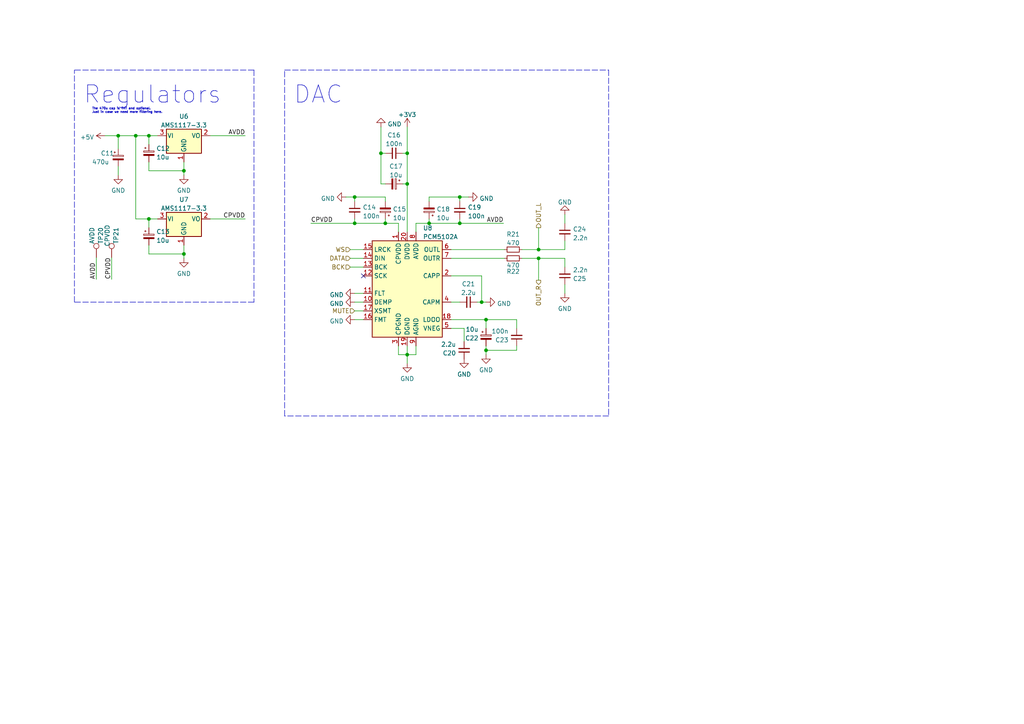
<source format=kicad_sch>
(kicad_sch (version 20211123) (generator eeschema)
  (paper "A4")
  (lib_symbols
    (symbol "Audio:PCM5102"
      (property "Reference" "U" (at -10.16 13.97 0))
      (property "Value" "PCM5102" (at 3.81 13.97 0))
      (symbol "PCM5102_0_1"
        (rectangle (start -10.16 12.7) (end 10.16 -15.24) (stroke (width 0.254)) (fill (type background)))
      )
      (symbol "PCM5102_1_1"
        (pin passive line (at -2.54 15.24 270) (length 2.54) (name "CPVDD") (number "1"))
        (pin input line (at -12.7 -5.08 0) (length 2.54) (name "DEMP") (number "10"))
        (pin input line (at -12.7 -2.54 0) (length 2.54) (name "FLT") (number "11"))
        (pin input line (at -12.7 2.54 0) (length 2.54) (name "SCK") (number "12"))
        (pin input line (at -12.7 5.08 0) (length 2.54) (name "BCK") (number "13"))
        (pin input line (at -12.7 7.62 0) (length 2.54) (name "DIN") (number "14"))
        (pin input line (at -12.7 10.16 0) (length 2.54) (name "LRCK") (number "15"))
        (pin input line (at -12.7 -10.16 0) (length 2.54) (name "FMT") (number "16"))
        (pin input line (at -12.7 -7.62 0) (length 2.54) (name "XSMT") (number "17"))
        (pin passive line (at 12.7 -10.16 180) (length 2.54) (name "LDOO") (number "18"))
        (pin power_in line (at 0 -17.78 90) (length 2.54) (name "DGND") (number "19"))
        (pin passive line (at 12.7 2.54 180) (length 2.54) (name "CAPP") (number "2"))
        (pin power_in line (at 0 15.24 270) (length 2.54) (name "DVDD") (number "20"))
        (pin power_in line (at -2.54 -17.78 90) (length 2.54) (name "CPGND") (number "3"))
        (pin passive line (at 12.7 -5.08 180) (length 2.54) (name "CAPM") (number "4"))
        (pin passive line (at 12.7 -12.7 180) (length 2.54) (name "VNEG") (number "5"))
        (pin output line (at 12.7 10.16 180) (length 2.54) (name "OUTL") (number "6"))
        (pin output line (at 12.7 7.62 180) (length 2.54) (name "OUTR") (number "7"))
        (pin power_in line (at 2.54 15.24 270) (length 2.54) (name "AVDD") (number "8"))
        (pin power_in line (at 2.54 -17.78 90) (length 2.54) (name "AGND") (number "9"))
      )
    )
    (symbol "Connector:TestPoint" (pin_numbers hide) (pin_names (offset 0.762) hide)
      (property "Reference" "TP" (at 0 6.858 0))
      (property "Value" "TestPoint" (at 0 5.08 0))
      (symbol "TestPoint_0_1"
        (circle (center 0 3.302) (radius 0.762))
      )
      (symbol "TestPoint_1_1"
        (pin passive line (at 0 0 90) (length 2.54) (name "1") (number "1"))
      )
    )
    (symbol "Device:C_Polarized_Small" (pin_numbers hide) (pin_names (offset 0.254) hide)
      (property "Reference" "C" (at 0.254 1.778 0))
      (property "Value" "C_Polarized_Small" (at 0.254 -2.032 0))
      (symbol "C_Polarized_Small_0_1"
        (rectangle (start -1.524 -0.3048) (end 1.524 -0.6858) (fill (type outline)))
        (rectangle (start -1.524 0.6858) (end 1.524 0.3048))
        (polyline (pts (xy -1.27 1.524) (xy -0.762 1.524)))
        (polyline (pts (xy -1.016 1.27) (xy -1.016 1.778)))
      )
      (symbol "C_Polarized_Small_1_1"
        (pin passive line (at 0 2.54 270) (length 1.8542) (name "~") (number "1"))
        (pin passive line (at 0 -2.54 90) (length 1.8542) (name "~") (number "2"))
      )
    )
    (symbol "Device:C_Small" (pin_numbers hide) (pin_names (offset 0.254) hide)
      (property "Reference" "C" (at 0.254 1.778 0))
      (property "Value" "C_Small" (at 0.254 -2.032 0))
      (symbol "C_Small_0_1"
        (polyline (pts (xy -1.524 -0.508) (xy 1.524 -0.508)) (stroke (width 0.3302)))
        (polyline (pts (xy -1.524 0.508) (xy 1.524 0.508)) (stroke (width 0.3048)))
      )
      (symbol "C_Small_1_1"
        (pin passive line (at 0 2.54 270) (length 2.032) (name "~") (number "1"))
        (pin passive line (at 0 -2.54 90) (length 2.032) (name "~") (number "2"))
      )
    )
    (symbol "Device:R_Small" (pin_numbers hide) (pin_names (offset 0.254) hide)
      (property "Reference" "R" (at 0.762 0.508 0))
      (property "Value" "R_Small" (at 0.762 -1.016 0))
      (symbol "R_Small_0_1"
        (rectangle (start -0.762 1.778) (end 0.762 -1.778) (stroke (width 0.2032)))
      )
      (symbol "R_Small_1_1"
        (pin passive line (at 0 2.54 270) (length 0.762) (name "~") (number "1"))
        (pin passive line (at 0 -2.54 90) (length 0.762) (name "~") (number "2"))
      )
    )
    (symbol "Regulator_Linear:AMS1117-3.3" (pin_names (offset 0.254))
      (property "Reference" "U" (at -3.81 3.175 0))
      (property "Value" "AMS1117-3.3" (at 0 3.175 0))
      (symbol "AMS1117-3.3_0_1"
        (rectangle (start -5.08 -5.08) (end 5.08 1.905) (stroke (width 0.254)) (fill (type background)))
      )
      (symbol "AMS1117-3.3_1_1"
        (pin power_in line (at 0 -7.62 90) (length 2.54) (name "GND") (number "1"))
        (pin power_out line (at 7.62 0 180) (length 2.54) (name "VO") (number "2"))
        (pin power_in line (at -7.62 0 0) (length 2.54) (name "VI") (number "3"))
      )
    )
    (symbol "power:+3.3V" (power) (pin_names (offset 0))
      (property "Value" "+3.3V" (at 0 3.556 0))
      (symbol "+3.3V_0_1"
        (polyline (pts (xy -0.762 1.27) (xy 0 2.54)))
        (polyline (pts (xy 0 0) (xy 0 2.54)))
        (polyline (pts (xy 0 2.54) (xy 0.762 1.27)))
      )
      (symbol "+3.3V_1_1"
        (pin power_in line (at 0 0 90) (length 0) hide (name "+3V3") (number "1"))
      )
    )
    (symbol "power:+5V" (power) (pin_names (offset 0))
      (property "Value" "+5V" (at 0 3.556 0))
      (symbol "+5V_0_1"
        (polyline (pts (xy -0.762 1.27) (xy 0 2.54)))
        (polyline (pts (xy 0 0) (xy 0 2.54)))
        (polyline (pts (xy 0 2.54) (xy 0.762 1.27)))
      )
      (symbol "+5V_1_1"
        (pin power_in line (at 0 0 90) (length 0) hide (name "+5V") (number "1"))
      )
    )
    (symbol "power:GND" (power) (pin_names (offset 0))
      (property "Value" "GND" (at 0 -3.81 0))
      (symbol "GND_0_1"
        (polyline (pts (xy 0 0) (xy 0 -1.27) (xy 1.27 -1.27) (xy 0 -2.54) (xy -1.27 -1.27) (xy 0 -1.27)))
      )
      (symbol "GND_1_1"
        (pin power_in line (at 0 0 270) (length 0) hide (name "GND") (number "1"))
      )
    )
  )
  (junction (at 39.37 39.37))
  (junction (at 53.34 49.53))
  (junction (at 102.87 57.15))
  (junction (at 43.18 63.5))
  (junction (at 118.11 102.87))
  (junction (at 133.35 57.15))
  (junction (at 118.11 53.34))
  (junction (at 124.46 64.77))
  (junction (at 111.76 64.77))
  (junction (at 102.87 64.77))
  (junction (at 140.97 92.71))
  (junction (at 43.18 39.37))
  (junction (at 110.49 44.45))
  (junction (at 140.97 101.6))
  (junction (at 118.11 44.45))
  (junction (at 133.35 64.77))
  (junction (at 156.21 72.39))
  (junction (at 53.34 73.66))
  (junction (at 34.29 39.37))
  (junction (at 139.7 87.63))
  (junction (at 156.21 74.93))
  (no_connect (at 105.41 80.01))
  (wire (pts (xy 34.29 39.37) (xy 34.29 43.18)))
  (wire (pts (xy 102.87 64.77) (xy 111.76 64.77)))
  (wire (pts (xy 118.11 102.87) (xy 120.65 102.87)))
  (wire (pts (xy 133.35 64.77) (xy 146.05 64.77)))
  (wire (pts (xy 163.83 85.09) (xy 163.83 82.55)))
  (wire (pts (xy 101.6 74.93) (xy 105.41 74.93)))
  (polyline (pts (xy 73.66 87.63) (xy 21.59 87.63)))
  (wire (pts (xy 115.57 64.77) (xy 115.57 67.31)))
  (wire (pts (xy 110.49 53.34) (xy 111.76 53.34)))
  (wire (pts (xy 149.86 100.33) (xy 149.86 101.6)))
  (wire (pts (xy 102.87 87.63) (xy 105.41 87.63)))
  (wire (pts (xy 115.57 100.33) (xy 115.57 102.87)))
  (wire (pts (xy 102.87 63.5) (xy 102.87 64.77)))
  (wire (pts (xy 43.18 63.5) (xy 45.72 63.5)))
  (wire (pts (xy 43.18 63.5) (xy 43.18 66.04)))
  (wire (pts (xy 130.81 74.93) (xy 146.304 74.93)))
  (wire (pts (xy 118.11 102.87) (xy 118.11 105.41)))
  (wire (pts (xy 110.49 36.83) (xy 110.49 44.45)))
  (wire (pts (xy 111.76 57.15) (xy 111.76 58.42)))
  (polyline (pts (xy 21.59 87.63) (xy 21.59 20.32)))
  (wire (pts (xy 120.65 100.33) (xy 120.65 102.87)))
  (wire (pts (xy 156.21 72.39) (xy 163.83 72.39)))
  (wire (pts (xy 151.384 74.93) (xy 156.21 74.93)))
  (wire (pts (xy 100.33 57.15) (xy 102.87 57.15)))
  (wire (pts (xy 43.18 73.66) (xy 53.34 73.66)))
  (wire (pts (xy 124.46 64.77) (xy 133.35 64.77)))
  (wire (pts (xy 138.43 87.63) (xy 139.7 87.63)))
  (polyline (pts (xy 82.55 120.65) (xy 82.55 20.32)))
  (wire (pts (xy 34.29 39.37) (xy 39.37 39.37)))
  (wire (pts (xy 118.11 53.34) (xy 118.11 67.31)))
  (wire (pts (xy 110.49 44.45) (xy 111.76 44.45)))
  (wire (pts (xy 110.49 44.45) (xy 110.49 53.34)))
  (wire (pts (xy 39.37 63.5) (xy 43.18 63.5)))
  (wire (pts (xy 133.35 57.15) (xy 133.35 58.42)))
  (wire (pts (xy 53.34 49.53) (xy 53.34 50.8)))
  (wire (pts (xy 43.18 49.53) (xy 53.34 49.53)))
  (wire (pts (xy 156.21 74.93) (xy 163.83 74.93)))
  (polyline (pts (xy 82.55 20.32) (xy 176.53 20.32)))
  (wire (pts (xy 101.6 77.47) (xy 105.41 77.47)))
  (wire (pts (xy 140.97 92.71) (xy 149.86 92.71)))
  (wire (pts (xy 124.46 57.15) (xy 133.35 57.15)))
  (wire (pts (xy 53.34 46.99) (xy 53.34 49.53)))
  (wire (pts (xy 139.7 80.01) (xy 139.7 87.63)))
  (wire (pts (xy 124.46 58.42) (xy 124.46 57.15)))
  (wire (pts (xy 133.35 57.15) (xy 135.89 57.15)))
  (wire (pts (xy 27.94 74.676) (xy 27.94 81.026)))
  (wire (pts (xy 140.97 101.6) (xy 140.97 102.87)))
  (wire (pts (xy 43.18 46.99) (xy 43.18 49.53)))
  (wire (pts (xy 60.96 39.37) (xy 71.12 39.37)))
  (wire (pts (xy 90.17 64.77) (xy 102.87 64.77)))
  (wire (pts (xy 130.81 87.63) (xy 133.35 87.63)))
  (wire (pts (xy 163.83 62.23) (xy 163.83 64.77)))
  (wire (pts (xy 130.81 72.39) (xy 146.304 72.39)))
  (wire (pts (xy 124.46 63.5) (xy 124.46 64.77)))
  (wire (pts (xy 140.97 92.71) (xy 140.97 95.25)))
  (wire (pts (xy 60.96 63.5) (xy 71.12 63.5)))
  (wire (pts (xy 118.11 53.34) (xy 116.84 53.34)))
  (wire (pts (xy 149.86 92.71) (xy 149.86 95.25)))
  (wire (pts (xy 102.87 90.17) (xy 105.41 90.17)))
  (wire (pts (xy 163.83 77.47) (xy 163.83 74.93)))
  (wire (pts (xy 32.385 74.676) (xy 32.385 81.026)))
  (wire (pts (xy 140.97 101.6) (xy 149.86 101.6)))
  (wire (pts (xy 130.81 80.01) (xy 139.7 80.01)))
  (wire (pts (xy 102.87 58.42) (xy 102.87 57.15)))
  (wire (pts (xy 134.62 95.25) (xy 134.62 99.06)))
  (wire (pts (xy 39.37 39.37) (xy 43.18 39.37)))
  (wire (pts (xy 30.48 39.37) (xy 34.29 39.37)))
  (polyline (pts (xy 73.66 20.32) (xy 73.66 87.63)))
  (wire (pts (xy 111.76 64.77) (xy 115.57 64.77)))
  (wire (pts (xy 163.83 69.85) (xy 163.83 72.39)))
  (wire (pts (xy 116.84 44.45) (xy 118.11 44.45)))
  (wire (pts (xy 34.29 48.26) (xy 34.29 50.8)))
  (wire (pts (xy 130.81 95.25) (xy 134.62 95.25)))
  (polyline (pts (xy 176.53 20.32) (xy 176.53 120.65)))
  (wire (pts (xy 120.65 67.31) (xy 120.65 64.77)))
  (wire (pts (xy 156.21 74.93) (xy 156.21 81.28)))
  (wire (pts (xy 151.384 72.39) (xy 156.21 72.39)))
  (wire (pts (xy 133.35 63.5) (xy 133.35 64.77)))
  (wire (pts (xy 53.34 73.66) (xy 53.34 74.93)))
  (wire (pts (xy 120.65 64.77) (xy 124.46 64.77)))
  (wire (pts (xy 140.97 100.33) (xy 140.97 101.6)))
  (polyline (pts (xy 176.53 120.65) (xy 82.55 120.65)))
  (wire (pts (xy 102.87 85.09) (xy 105.41 85.09)))
  (wire (pts (xy 39.37 39.37) (xy 39.37 63.5)))
  (wire (pts (xy 115.57 102.87) (xy 118.11 102.87)))
  (wire (pts (xy 101.6 72.39) (xy 105.41 72.39)))
  (wire (pts (xy 43.18 39.37) (xy 45.72 39.37)))
  (wire (pts (xy 118.11 36.83) (xy 118.11 44.45)))
  (wire (pts (xy 111.76 63.5) (xy 111.76 64.77)))
  (wire (pts (xy 139.7 87.63) (xy 140.97 87.63)))
  (wire (pts (xy 102.87 57.15) (xy 111.76 57.15)))
  (wire (pts (xy 130.81 92.71) (xy 140.97 92.71)))
  (wire (pts (xy 43.18 39.37) (xy 43.18 41.91)))
  (wire (pts (xy 118.11 100.33) (xy 118.11 102.87)))
  (wire (pts (xy 118.11 44.45) (xy 118.11 53.34)))
  (polyline (pts (xy 73.66 20.32) (xy 21.59 20.32)))
  (wire (pts (xy 43.18 71.12) (xy 43.18 73.66)))
  (wire (pts (xy 53.34 71.12) (xy 53.34 73.66)))
  (wire (pts (xy 102.87 92.71) (xy 105.41 92.71)))
  (wire (pts (xy 156.21 66.04) (xy 156.21 72.39)))
  (text "The 470u cap is THT and optional.\nJust in case we need more filtering here." (at 26.67 33.02 0) (effects (font (size 0.635 0.635)) (justify left bottom)))
  (text "Regulators" (at 24.13 30.48 0) (effects (font (size 5 5)) (justify left bottom)))
  (text "DAC" (at 85.09 30.48 0) (effects (font (size 5 5)) (justify left bottom)))
  (label "AVDD" (at 27.94 81.026 90))
  (label "CPVDD" (at 32.385 81.026 90))
  (label "CPVDD" (at 71.12 63.5 180))
  (label "CPVDD" (at 90.17 64.77 0))
  (label "AVDD" (at 71.12 39.37 180))
  (label "AVDD" (at 146.05 64.77 180))
  (hierarchical_label "WS" (shape input) (at 101.6 72.39 180))
  (hierarchical_label "BCK" (shape input) (at 101.6 77.47 180))
  (hierarchical_label "OUT_R" (shape output) (at 156.21 81.28 270))
  (hierarchical_label "DATA" (shape input) (at 101.6 74.93 180))
  (hierarchical_label "MUTE" (shape input) (at 102.87 90.17 180))
  (hierarchical_label "OUT_L" (shape output) (at 156.21 66.04 90))
  (symbol (lib_id "Regulator_Linear:AMS1117-3.3") (at 53.34 63.5 0) (unit 1)
    (property "Reference" "U7" (at 53.34 57.8952 0))
    (property "Value" "AMS1117-3.3" (at 53.34 60.4321 0))
    (property "Footprint" "Package_TO_SOT_SMD:SOT-223-3_TabPin2" (effects hide))
    (property "Datasheet" "http://www.advanced-monolithic.com/pdf/ds1117.pdf" (effects hide))
    (property "LCSC#" "C6186" (effects hide))
  )
  (symbol (lib_id "power:+3.3V") (at 118.11 36.83 0) (unit 1)
    (property "Reference" "#PWR050" (effects hide))
    (property "Value" "+3.3V" (at 118.11 33.2542 0))
  )
  (symbol (lib_id "power:GND") (at 102.87 92.71 270) (unit 1)
    (property "Reference" "#PWR048" (effects hide))
    (property "Value" "GND" (at 99.6951 93.1438 90) (effects (justify right)))
  )
  (symbol (lib_id "Device:C_Small") (at 102.87 60.96 0) (unit 1)
    (property "Reference" "C14" (at 105.1941 60.1316 0) (effects (justify left)))
    (property "Value" "100n" (at 105.1941 62.6685 0) (effects (justify left)))
    (property "Footprint" "Capacitor_SMD:C_0402_1005Metric" (effects hide))
    (property "Datasheet" "https://datasheet.lcsc.com/lcsc/1810191219_Samsung-Electro-Mechanics-CL05B104KO5NNNC_C1525.pdf" (effects hide))
    (property "LCSC#" "C1525" (effects hide))
  )
  (symbol (lib_id "Device:C_Polarized_Small") (at 34.29 45.72 0) (unit 1)
    (property "Reference" "C11" (at 29.21 44.45 0) (effects (justify left)))
    (property "Value" "470u" (at 26.67 46.99 0) (effects (justify left)))
    (property "Footprint" "Capacitor_THT:CP_Radial_D5.0mm_P2.50mm" (effects hide))
  )
  (symbol (lib_id "Regulator_Linear:AMS1117-3.3") (at 53.34 39.37 0) (unit 1)
    (property "Reference" "U6" (at 53.34 33.7652 0))
    (property "Value" "AMS1117-3.3" (at 53.34 36.3021 0))
    (property "Footprint" "Package_TO_SOT_SMD:SOT-223-3_TabPin2" (effects hide))
    (property "Datasheet" "http://www.advanced-monolithic.com/pdf/ds1117.pdf" (effects hide))
    (property "LCSC#" "C6186" (effects hide))
  )
  (symbol (lib_id "Device:R_Small") (at 148.844 72.39 270) (unit 1)
    (property "Reference" "R21" (at 148.844 67.9536 90))
    (property "Value" "470" (at 148.844 70.4905 90))
    (property "Footprint" "Resistor_SMD:R_0402_1005Metric" (effects hide))
    (property "Datasheet" "https://datasheet.lcsc.com/lcsc/2110252230_UNI-ROYAL-Uniroyal-Elec-0402WGF4700TCE_C25117.pdf" (effects hide))
    (property "LCSC#" "C25117" (effects hide))
  )
  (symbol (lib_id "Device:C_Small") (at 163.83 67.31 0) (unit 1)
    (property "Reference" "C24" (at 166.1541 66.4816 0) (effects (justify left)))
    (property "Value" "2.2n" (at 166.1541 69.0185 0) (effects (justify left)))
    (property "Footprint" "Capacitor_SMD:C_0402_1005Metric" (effects hide))
    (property "Datasheet" "https://datasheet.lcsc.com/lcsc/1811141710_FH-Guangdong-Fenghua-Advanced-Tech-0402B222K500NT_C1531.pdf" (effects hide))
    (property "LCSC#" "C1531" (effects hide))
  )
  (symbol (lib_id "Device:C_Small") (at 149.86 97.79 180) (unit 1)
    (property "Reference" "C23" (at 147.5359 98.6184 0) (effects (justify left)))
    (property "Value" "100n" (at 147.5359 96.0815 0) (effects (justify left)))
    (property "Footprint" "Capacitor_SMD:C_0402_1005Metric" (effects hide))
    (property "Datasheet" "https://datasheet.lcsc.com/lcsc/1810191219_Samsung-Electro-Mechanics-CL05B104KO5NNNC_C1525.pdf" (effects hide))
    (property "LCSC#" "C1525" (effects hide))
  )
  (symbol (lib_id "power:GND") (at 118.11 105.41 0) (unit 1)
    (property "Reference" "#PWR051" (effects hide))
    (property "Value" "GND" (at 118.11 109.8534 0))
  )
  (symbol (lib_id "Connector:TestPoint") (at 27.94 74.676 0) (unit 1)
    (property "Reference" "TP20" (at 29.21 68.326 90))
    (property "Value" "AVDD" (at 26.6731 68.326 90))
    (property "Footprint" "TestPoint:TestPoint_Pad_D1.0mm" (effects hide))
  )
  (symbol (lib_id "power:GND") (at 102.87 87.63 270) (unit 1)
    (property "Reference" "#PWR047" (effects hide))
    (property "Value" "GND" (at 99.6951 88.0638 90) (effects (justify right)))
  )
  (symbol (lib_id "Device:C_Small") (at 134.62 101.6 180) (unit 1)
    (property "Reference" "C20" (at 132.2959 102.4284 0) (effects (justify left)))
    (property "Value" "2.2u" (at 132.2959 99.8915 0) (effects (justify left)))
    (property "Footprint" "Capacitor_SMD:C_0402_1005Metric" (effects hide))
    (property "Datasheet" "https://datasheet.lcsc.com/lcsc/1811021410_Samsung-Electro-Mechanics-CL05A225MQ5NSNC_C12530.pdf" (effects hide))
    (property "LCSC#" "C12530" (effects hide))
  )
  (symbol (lib_id "Device:C_Polarized_Small") (at 114.3 53.34 270) (unit 1)
    (property "Reference" "C17" (at 114.8461 48.2432 90))
    (property "Value" "10u" (at 114.8461 50.7801 90))
    (property "Footprint" "Capacitor_SMD:C_1206_3216Metric" (effects hide))
    (property "Datasheet" "https://datasheet.lcsc.com/lcsc/1811071223_AVX-TAJA106K016RNJ_C7171.pdf" (effects hide))
    (property "LCSC#" "C7171" (effects hide))
  )
  (symbol (lib_id "Device:C_Polarized_Small") (at 43.18 44.45 0) (unit 1)
    (property "Reference" "C12" (at 45.339 43.0692 0) (effects (justify left)))
    (property "Value" "10u" (at 45.339 45.6061 0) (effects (justify left)))
    (property "Footprint" "Capacitor_SMD:C_1206_3216Metric" (effects hide))
    (property "Datasheet" "https://datasheet.lcsc.com/lcsc/1811071223_AVX-TAJA106K016RNJ_C7171.pdf" (effects hide))
    (property "LCSC#" "C7171" (effects hide))
  )
  (symbol (lib_id "Device:C_Small") (at 133.35 60.96 0) (unit 1)
    (property "Reference" "C19" (at 135.6741 60.1316 0) (effects (justify left)))
    (property "Value" "100n" (at 135.6741 62.6685 0) (effects (justify left)))
    (property "Footprint" "Capacitor_SMD:C_0402_1005Metric" (effects hide))
    (property "Datasheet" "https://datasheet.lcsc.com/lcsc/1810191219_Samsung-Electro-Mechanics-CL05B104KO5NNNC_C1525.pdf" (effects hide))
    (property "LCSC#" "C1525" (effects hide))
  )
  (symbol (lib_id "Connector:TestPoint") (at 32.385 74.676 0) (unit 1)
    (property "Reference" "TP21" (at 33.655 68.326 90))
    (property "Value" "CPVDD" (at 31.1181 68.326 90))
    (property "Footprint" "TestPoint:TestPoint_Pad_D1.0mm" (effects hide))
  )
  (symbol (lib_id "power:GND") (at 134.62 104.14 0) (unit 1)
    (property "Reference" "#PWR057" (effects hide))
    (property "Value" "GND" (at 134.62 108.5834 0))
  )
  (symbol (lib_id "power:GND") (at 135.89 57.15 90) (unit 1)
    (property "Reference" "#PWR052" (effects hide))
    (property "Value" "GND" (at 139.065 57.5838 90) (effects (justify right)))
  )
  (symbol (lib_id "Audio:PCM5102") (at 118.11 82.55 0) (unit 1)
    (property "Reference" "U8" (at 122.6694 66.1502 0) (effects (justify left)))
    (property "Value" "PCM5102A" (at 122.6694 68.6871 0) (effects (justify left)))
    (property "Footprint" "Package_SO:TSSOP-20_4.4x6.5mm_P0.65mm" (effects hide))
    (property "Datasheet" "http://www.ti.com/lit/ds/symlink/pcm5102a.pdf" (effects hide))
    (property "LCSC#" "C107671" (effects hide))
  )
  (symbol (lib_id "power:GND") (at 53.34 74.93 0) (unit 1)
    (property "Reference" "#PWR044" (effects hide))
    (property "Value" "GND" (at 53.34 79.3734 0))
  )
  (symbol (lib_id "Device:C_Polarized_Small") (at 43.18 68.58 0) (unit 1)
    (property "Reference" "C13" (at 45.339 67.1992 0) (effects (justify left)))
    (property "Value" "10u" (at 45.339 69.7361 0) (effects (justify left)))
    (property "Footprint" "Capacitor_SMD:C_1206_3216Metric" (effects hide))
    (property "Datasheet" "https://datasheet.lcsc.com/lcsc/1811071223_AVX-TAJA106K016RNJ_C7171.pdf" (effects hide))
    (property "LCSC#" "C7171" (effects hide))
  )
  (symbol (lib_id "power:GND") (at 163.83 85.09 0) (unit 1)
    (property "Reference" "#PWR056" (effects hide))
    (property "Value" "GND" (at 163.83 89.5334 0))
  )
  (symbol (lib_id "power:GND") (at 102.87 85.09 270) (unit 1)
    (property "Reference" "#PWR046" (effects hide))
    (property "Value" "GND" (at 99.6951 85.5238 90) (effects (justify right)))
  )
  (symbol (lib_id "power:GND") (at 34.29 50.8 0) (unit 1)
    (property "Reference" "#PWR042" (effects hide))
    (property "Value" "GND" (at 34.29 55.2434 0))
  )
  (symbol (lib_id "Device:C_Small") (at 135.89 87.63 270) (unit 1)
    (property "Reference" "C21" (at 135.8836 82.3681 90))
    (property "Value" "2.2u" (at 135.8836 84.905 90))
    (property "Footprint" "Capacitor_SMD:C_0402_1005Metric" (effects hide))
    (property "Datasheet" "https://datasheet.lcsc.com/lcsc/1811021410_Samsung-Electro-Mechanics-CL05A225MQ5NSNC_C12530.pdf" (effects hide))
    (property "LCSC#" "C12530" (effects hide))
  )
  (symbol (lib_id "power:GND") (at 110.49 36.83 180) (unit 1)
    (property "Reference" "#PWR049" (effects hide))
    (property "Value" "GND" (at 112.395 35.9938 0) (effects (justify right)))
  )
  (symbol (lib_id "power:GND") (at 100.33 57.15 270) (unit 1)
    (property "Reference" "#PWR045" (effects hide))
    (property "Value" "GND" (at 97.1551 57.5838 90) (effects (justify right)))
  )
  (symbol (lib_id "Device:C_Polarized_Small") (at 124.46 60.96 180) (unit 1)
    (property "Reference" "C18" (at 126.619 60.6714 0) (effects (justify right)))
    (property "Value" "10u" (at 126.619 63.2083 0) (effects (justify right)))
    (property "Footprint" "Capacitor_SMD:C_1206_3216Metric" (effects hide))
    (property "Datasheet" "https://datasheet.lcsc.com/lcsc/1811071223_AVX-TAJA106K016RNJ_C7171.pdf" (effects hide))
    (property "LCSC#" "C7171" (effects hide))
  )
  (symbol (lib_id "Device:C_Small") (at 163.83 80.01 0) (mirror x) (unit 1)
    (property "Reference" "C25" (at 166.1541 80.8384 0) (effects (justify left)))
    (property "Value" "2.2n" (at 166.1541 78.3015 0) (effects (justify left)))
    (property "Footprint" "Capacitor_SMD:C_0402_1005Metric" (effects hide))
    (property "Datasheet" "https://datasheet.lcsc.com/lcsc/1811141710_FH-Guangdong-Fenghua-Advanced-Tech-0402B222K500NT_C1531.pdf" (effects hide))
    (property "LCSC#" "C1531" (effects hide))
  )
  (symbol (lib_id "power:GND") (at 163.83 62.23 180) (unit 1)
    (property "Reference" "#PWR055" (effects hide))
    (property "Value" "GND" (at 163.83 58.6542 0))
  )
  (symbol (lib_id "Device:C_Small") (at 114.3 44.45 270) (unit 1)
    (property "Reference" "C16" (at 114.2936 39.1881 90))
    (property "Value" "100n" (at 114.2936 41.725 90))
    (property "Footprint" "Capacitor_SMD:C_0402_1005Metric" (effects hide))
    (property "Datasheet" "https://datasheet.lcsc.com/lcsc/1810191219_Samsung-Electro-Mechanics-CL05B104KO5NNNC_C1525.pdf" (effects hide))
    (property "LCSC#" "C1525" (effects hide))
  )
  (symbol (lib_id "Device:C_Polarized_Small") (at 140.97 97.79 0) (unit 1)
    (property "Reference" "C22" (at 138.811 98.0786 0) (effects (justify right)))
    (property "Value" "10u" (at 138.811 95.5417 0) (effects (justify right)))
    (property "Footprint" "Capacitor_SMD:C_1206_3216Metric" (effects hide))
    (property "Datasheet" "https://datasheet.lcsc.com/lcsc/1811071223_AVX-TAJA106K016RNJ_C7171.pdf" (effects hide))
    (property "LCSC#" "C7171" (effects hide))
  )
  (symbol (lib_id "power:GND") (at 53.34 50.8 0) (unit 1)
    (property "Reference" "#PWR043" (effects hide))
    (property "Value" "GND" (at 53.34 55.2434 0))
  )
  (symbol (lib_id "power:+5V") (at 30.48 39.37 90) (unit 1)
    (property "Reference" "#PWR041" (effects hide))
    (property "Value" "+5V" (at 27.3051 39.8038 90) (effects (justify left)))
  )
  (symbol (lib_id "power:GND") (at 140.97 102.87 0) (unit 1)
    (property "Reference" "#PWR054" (effects hide))
    (property "Value" "GND" (at 140.97 107.3134 0))
  )
  (symbol (lib_id "power:GND") (at 140.97 87.63 90) (unit 1)
    (property "Reference" "#PWR053" (effects hide))
    (property "Value" "GND" (at 144.145 88.0638 90) (effects (justify right)))
  )
  (symbol (lib_id "Device:R_Small") (at 148.844 74.93 90) (mirror x) (unit 1)
    (property "Reference" "R22" (at 148.844 78.74 90))
    (property "Value" "470" (at 148.844 76.962 90))
    (property "Footprint" "Resistor_SMD:R_0402_1005Metric" (effects hide))
    (property "Datasheet" "https://datasheet.lcsc.com/lcsc/2110252230_UNI-ROYAL-Uniroyal-Elec-0402WGF4700TCE_C25117.pdf" (effects hide))
    (property "LCSC#" "C25117" (effects hide))
  )
  (symbol (lib_id "Device:C_Polarized_Small") (at 111.76 60.96 180) (unit 1)
    (property "Reference" "C15" (at 113.919 60.6714 0) (effects (justify right)))
    (property "Value" "10u" (at 113.919 63.2083 0) (effects (justify right)))
    (property "Footprint" "Capacitor_SMD:C_1206_3216Metric" (effects hide))
    (property "Datasheet" "https://datasheet.lcsc.com/lcsc/1811071223_AVX-TAJA106K016RNJ_C7171.pdf" (effects hide))
    (property "LCSC#" "C7171" (effects hide))
  )
)
</source>
